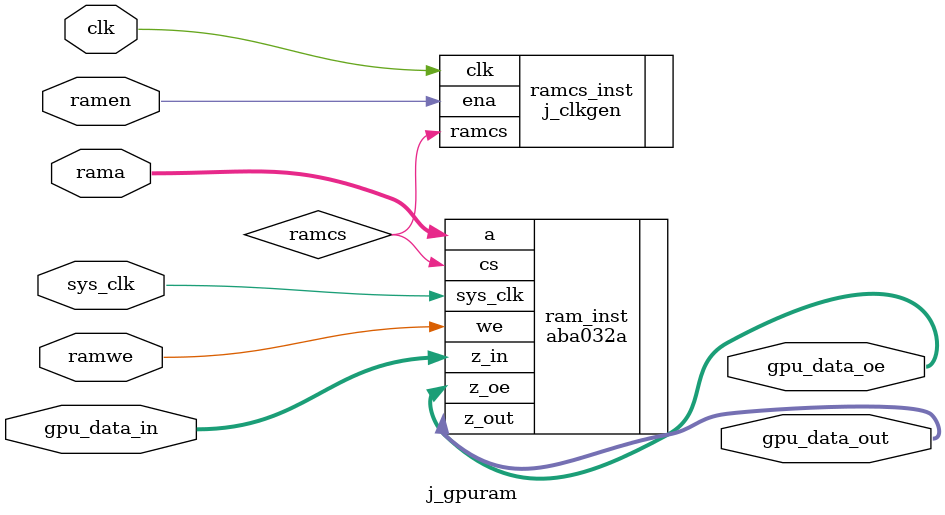
<source format=v>
/* verilator lint_off LITENDIAN */
`include "defs.v"

module j_gpuram
(
	output [0:31] gpu_data_out,
	output [0:31] gpu_data_oe,
	input [0:31] gpu_data_in,
	input clk,
	input [0:9] rama,
	input ramen,
	input ramwe,
	input sys_clk // Generated
);
wire ramcs;

// DSP_RAM.NET (112) - ramcs : clkgen
//
// assign ena_n = ~ena;
// assign ramcs = clk | ena_n;
//
j_clkgen ramcs_inst
(
	.ramcs /* OUT */ (ramcs),	// Inverted!
	.clk /* IN */ (clk),
	.ena /* IN */ (ramen)
);

// DSP_RAM.NET (114) - ram : aba032a
aba032a ram_inst
(
	.z_out /* BUS */ ({gpu_data_out[0],gpu_data_out[1],gpu_data_out[2],gpu_data_out[3],gpu_data_out[4],gpu_data_out[5],gpu_data_out[6],gpu_data_out[7],gpu_data_out[8],gpu_data_out[9],gpu_data_out[10],gpu_data_out[11],gpu_data_out[12],gpu_data_out[13],gpu_data_out[14],gpu_data_out[15],gpu_data_out[16],gpu_data_out[17],gpu_data_out[18],gpu_data_out[19],gpu_data_out[20],gpu_data_out[21],gpu_data_out[22],gpu_data_out[23],gpu_data_out[24],gpu_data_out[25],gpu_data_out[26],gpu_data_out[27],gpu_data_out[28],gpu_data_out[29],gpu_data_out[30],gpu_data_out[31]}),
	.z_oe /* BUS */ ({gpu_data_oe[0],gpu_data_oe[1],gpu_data_oe[2],gpu_data_oe[3],gpu_data_oe[4],gpu_data_oe[5],gpu_data_oe[6],gpu_data_oe[7],gpu_data_oe[8],gpu_data_oe[9],gpu_data_oe[10],gpu_data_oe[11],gpu_data_oe[12],gpu_data_oe[13],gpu_data_oe[14],gpu_data_oe[15],gpu_data_oe[16],gpu_data_oe[17],gpu_data_oe[18],gpu_data_oe[19],gpu_data_oe[20],gpu_data_oe[21],gpu_data_oe[22],gpu_data_oe[23],gpu_data_oe[24],gpu_data_oe[25],gpu_data_oe[26],gpu_data_oe[27],gpu_data_oe[28],gpu_data_oe[29],gpu_data_oe[30],gpu_data_oe[31]}),
	.z_in /* BUS */ ({gpu_data_in[0],gpu_data_in[1],gpu_data_in[2],gpu_data_in[3],gpu_data_in[4],gpu_data_in[5],gpu_data_in[6],gpu_data_in[7],gpu_data_in[8],gpu_data_in[9],gpu_data_in[10],gpu_data_in[11],gpu_data_in[12],gpu_data_in[13],gpu_data_in[14],gpu_data_in[15],gpu_data_in[16],gpu_data_in[17],gpu_data_in[18],gpu_data_in[19],gpu_data_in[20],gpu_data_in[21],gpu_data_in[22],gpu_data_in[23],gpu_data_in[24],gpu_data_in[25],gpu_data_in[26],gpu_data_in[27],gpu_data_in[28],gpu_data_in[29],gpu_data_in[30],gpu_data_in[31]}),
	.cs /* IN */ (ramcs),	// Active LOW.
	.we /* IN */ (ramwe),	// Active LOW.
	.a /* IN */ ({rama[0],rama[1],rama[2],rama[3],rama[4],rama[5],rama[6],rama[7],rama[8],rama[9]}),
	.sys_clk(sys_clk) // Generated
);
endmodule
/* verilator lint_on LITENDIAN */

</source>
